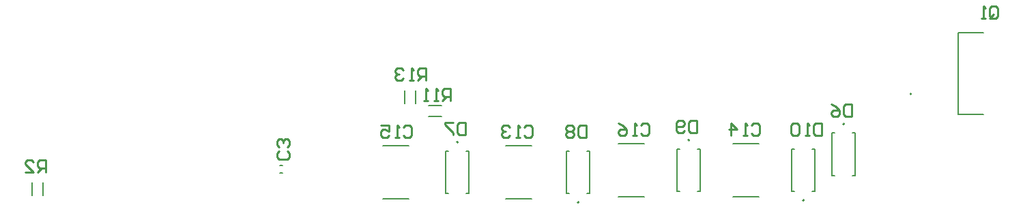
<source format=gbr>
%TF.GenerationSoftware,Altium Limited,Altium Designer,23.4.1 (23)*%
G04 Layer_Color=32896*
%FSLAX45Y45*%
%MOMM*%
%TF.SameCoordinates,576A2805-CD40-4E5C-B7A3-750DB6231075*%
%TF.FilePolarity,Positive*%
%TF.FileFunction,Legend,Bot*%
%TF.Part,Single*%
G01*
G75*
%TA.AperFunction,NonConductor*%
%ADD50C,0.25400*%
%ADD51C,0.20000*%
%ADD53C,0.12700*%
D50*
X5041838Y2184425D02*
Y2336775D01*
X4965663D01*
X4940271Y2311383D01*
Y2260600D01*
X4965663Y2235208D01*
X5041838D01*
X4991055D02*
X4940271Y2184425D01*
X4889488D02*
X4838704D01*
X4864096D01*
Y2336775D01*
X4889488Y2311383D01*
X4762529D02*
X4737137Y2336775D01*
X4686353D01*
X4660961Y2311383D01*
Y2285992D01*
X4686353Y2260600D01*
X4711745D01*
X4686353D01*
X4660961Y2235208D01*
Y2209817D01*
X4686353Y2184425D01*
X4737137D01*
X4762529Y2209817D01*
X5346646Y1930425D02*
Y2082775D01*
X5270471D01*
X5245079Y2057383D01*
Y2006600D01*
X5270471Y1981208D01*
X5346646D01*
X5295863D02*
X5245079Y1930425D01*
X5194296D02*
X5143512D01*
X5168904D01*
Y2082775D01*
X5194296Y2057383D01*
X5067337Y1930425D02*
X5016553D01*
X5041945D01*
Y2082775D01*
X5067337Y2057383D01*
X330159Y1041425D02*
Y1193775D01*
X253983D01*
X228592Y1168383D01*
Y1117600D01*
X253983Y1092208D01*
X330159D01*
X279375D02*
X228592Y1041425D01*
X76241D02*
X177808D01*
X76241Y1142992D01*
Y1168383D01*
X101633Y1193775D01*
X152416D01*
X177808Y1168383D01*
X12039600Y2982017D02*
Y3083584D01*
X12064992Y3108976D01*
X12115775D01*
X12141167Y3083584D01*
Y2982017D01*
X12115775Y2956625D01*
X12064992D01*
X12090383Y3007409D02*
X12039600Y2956625D01*
X12064992D02*
X12039600Y2982017D01*
X11988816Y2956625D02*
X11938033D01*
X11963424D01*
Y3108976D01*
X11988816Y3083584D01*
X9951720Y1648411D02*
Y1496060D01*
X9875545D01*
X9850153Y1521452D01*
Y1623019D01*
X9875545Y1648411D01*
X9951720D01*
X9799369Y1496060D02*
X9748586D01*
X9773977D01*
Y1648411D01*
X9799369Y1623019D01*
X9672410D02*
X9647019Y1648411D01*
X9596235D01*
X9570843Y1623019D01*
Y1521452D01*
X9596235Y1496060D01*
X9647019D01*
X9672410Y1521452D01*
Y1623019D01*
X8402320Y1689051D02*
Y1536700D01*
X8326145D01*
X8300753Y1562092D01*
Y1663659D01*
X8326145Y1689051D01*
X8402320D01*
X8249969Y1562092D02*
X8224577Y1536700D01*
X8173794D01*
X8148402Y1562092D01*
Y1663659D01*
X8173794Y1689051D01*
X8224577D01*
X8249969Y1663659D01*
Y1638267D01*
X8224577Y1612875D01*
X8148402D01*
X7030720Y1623011D02*
Y1470660D01*
X6954545D01*
X6929153Y1496052D01*
Y1597619D01*
X6954545Y1623011D01*
X7030720D01*
X6878369Y1597619D02*
X6852977Y1623011D01*
X6802194D01*
X6776802Y1597619D01*
Y1572227D01*
X6802194Y1546835D01*
X6776802Y1521443D01*
Y1496052D01*
X6802194Y1470660D01*
X6852977D01*
X6878369Y1496052D01*
Y1521443D01*
X6852977Y1546835D01*
X6878369Y1572227D01*
Y1597619D01*
X6852977Y1546835D02*
X6802194D01*
X5532120Y1663651D02*
Y1511300D01*
X5455945D01*
X5430553Y1536692D01*
Y1638259D01*
X5455945Y1663651D01*
X5532120D01*
X5379769D02*
X5278202D01*
Y1638259D01*
X5379769Y1536692D01*
Y1511300D01*
X10324320Y1889050D02*
Y1736700D01*
X10248145D01*
X10222753Y1762091D01*
Y1863658D01*
X10248145Y1889050D01*
X10324320D01*
X10070402D02*
X10121186Y1863658D01*
X10171969Y1812875D01*
Y1762091D01*
X10146578Y1736700D01*
X10095794D01*
X10070402Y1762091D01*
Y1787483D01*
X10095794Y1812875D01*
X10171969D01*
X7708871Y1625583D02*
X7734263Y1650975D01*
X7785046D01*
X7810438Y1625583D01*
Y1524017D01*
X7785046Y1498625D01*
X7734263D01*
X7708871Y1524017D01*
X7658088Y1498625D02*
X7607304D01*
X7632696D01*
Y1650975D01*
X7658088Y1625583D01*
X7429561Y1650975D02*
X7480345Y1625583D01*
X7531129Y1574800D01*
Y1524017D01*
X7505737Y1498625D01*
X7454953D01*
X7429561Y1524017D01*
Y1549408D01*
X7454953Y1574800D01*
X7531129D01*
X4762471Y1600183D02*
X4787863Y1625575D01*
X4838646D01*
X4864038Y1600183D01*
Y1498617D01*
X4838646Y1473225D01*
X4787863D01*
X4762471Y1498617D01*
X4711688Y1473225D02*
X4660904D01*
X4686296D01*
Y1625575D01*
X4711688Y1600183D01*
X4483161Y1625575D02*
X4584729D01*
Y1549400D01*
X4533945Y1574792D01*
X4508553D01*
X4483161Y1549400D01*
Y1498617D01*
X4508553Y1473225D01*
X4559337D01*
X4584729Y1498617D01*
X9080471Y1625583D02*
X9105863Y1650975D01*
X9156646D01*
X9182038Y1625583D01*
Y1524017D01*
X9156646Y1498625D01*
X9105863D01*
X9080471Y1524017D01*
X9029688Y1498625D02*
X8978904D01*
X9004296D01*
Y1650975D01*
X9029688Y1625583D01*
X8826553Y1498625D02*
Y1650975D01*
X8902729Y1574800D01*
X8801161D01*
X6261071Y1600183D02*
X6286463Y1625575D01*
X6337246D01*
X6362638Y1600183D01*
Y1498617D01*
X6337246Y1473225D01*
X6286463D01*
X6261071Y1498617D01*
X6210288Y1473225D02*
X6159504D01*
X6184896D01*
Y1625575D01*
X6210288Y1600183D01*
X6083329D02*
X6057937Y1625575D01*
X6007153D01*
X5981761Y1600183D01*
Y1574792D01*
X6007153Y1549400D01*
X6032545D01*
X6007153D01*
X5981761Y1524008D01*
Y1498617D01*
X6007153Y1473225D01*
X6057937D01*
X6083329Y1498617D01*
X3326184Y1308608D02*
X3351576Y1283216D01*
Y1232433D01*
X3326184Y1207041D01*
X3224617D01*
X3199225Y1232433D01*
Y1283216D01*
X3224617Y1308608D01*
X3326184Y1359392D02*
X3351576Y1384784D01*
Y1435567D01*
X3326184Y1460959D01*
X3300792D01*
X3275400Y1435567D01*
Y1410175D01*
Y1435567D01*
X3250008Y1460959D01*
X3224617D01*
X3199225Y1435567D01*
Y1384784D01*
X3224617Y1359392D01*
D51*
X10237800Y1641400D02*
G03*
X10237800Y1641400I-10000J0D01*
G01*
X11069000Y2016800D02*
G03*
X11069000Y2016800I-10000J0D01*
G01*
X9738200Y692200D02*
G03*
X9738200Y692200I-10000J0D01*
G01*
X8315800Y1441400D02*
G03*
X8315800Y1441400I-10000J0D01*
G01*
X6944200Y666800D02*
G03*
X6944200Y666800I-10000J0D01*
G01*
X5445600Y1416000D02*
G03*
X5445600Y1416000I-10000J0D01*
G01*
D53*
X3235000Y1035000D02*
X3265000D01*
X3235000Y1125000D02*
X3265000D01*
X10082800Y1531800D02*
X10117800D01*
X10082800Y1001800D02*
Y1531800D01*
Y1001800D02*
X10117800D01*
X10337800Y1531800D02*
X10372800D01*
Y1001800D02*
Y1531800D01*
X10337800Y1001800D02*
X10372800D01*
X4920400Y1901200D02*
Y2061200D01*
X4782400Y1901200D02*
Y2061200D01*
X5076200Y1872400D02*
X5236200D01*
X5076200Y1734400D02*
X5236200D01*
X297600Y758200D02*
Y918200D01*
X159600Y758200D02*
Y918200D01*
X4514600Y1371400D02*
X4832600D01*
X4514600Y711400D02*
X4832600D01*
X6038600Y1371400D02*
X6356600D01*
X6038600Y711400D02*
X6356600D01*
X7435600Y1396800D02*
X7753600D01*
X7435600Y736800D02*
X7753600D01*
X8858000Y1396800D02*
X9176000D01*
X8858000Y736800D02*
X9176000D01*
X11646500Y2778800D02*
X11958000D01*
X11646500Y1762800D02*
X11958000D01*
X11646500D02*
Y2778800D01*
X9583200Y1331800D02*
X9618200D01*
X9583200Y801800D02*
Y1331800D01*
Y801800D02*
X9618200D01*
X9838200Y1331800D02*
X9873200D01*
Y801800D02*
Y1331800D01*
X9838200Y801800D02*
X9873200D01*
X8415800D02*
X8450800D01*
Y1331800D01*
X8415800D02*
X8450800D01*
X8160800Y801800D02*
X8195800D01*
X8160800D02*
Y1331800D01*
X8195800D01*
X6789200Y1306400D02*
X6824200D01*
X6789200Y776400D02*
Y1306400D01*
Y776400D02*
X6824200D01*
X7044200Y1306400D02*
X7079200D01*
Y776400D02*
Y1306400D01*
X7044200Y776400D02*
X7079200D01*
X5545600D02*
X5580600D01*
Y1306400D01*
X5545600D02*
X5580600D01*
X5290600Y776400D02*
X5325600D01*
X5290600D02*
Y1306400D01*
X5325600D01*
%TF.MD5,7690dfc6b8a1dd9892aff7b52c794736*%
M02*

</source>
